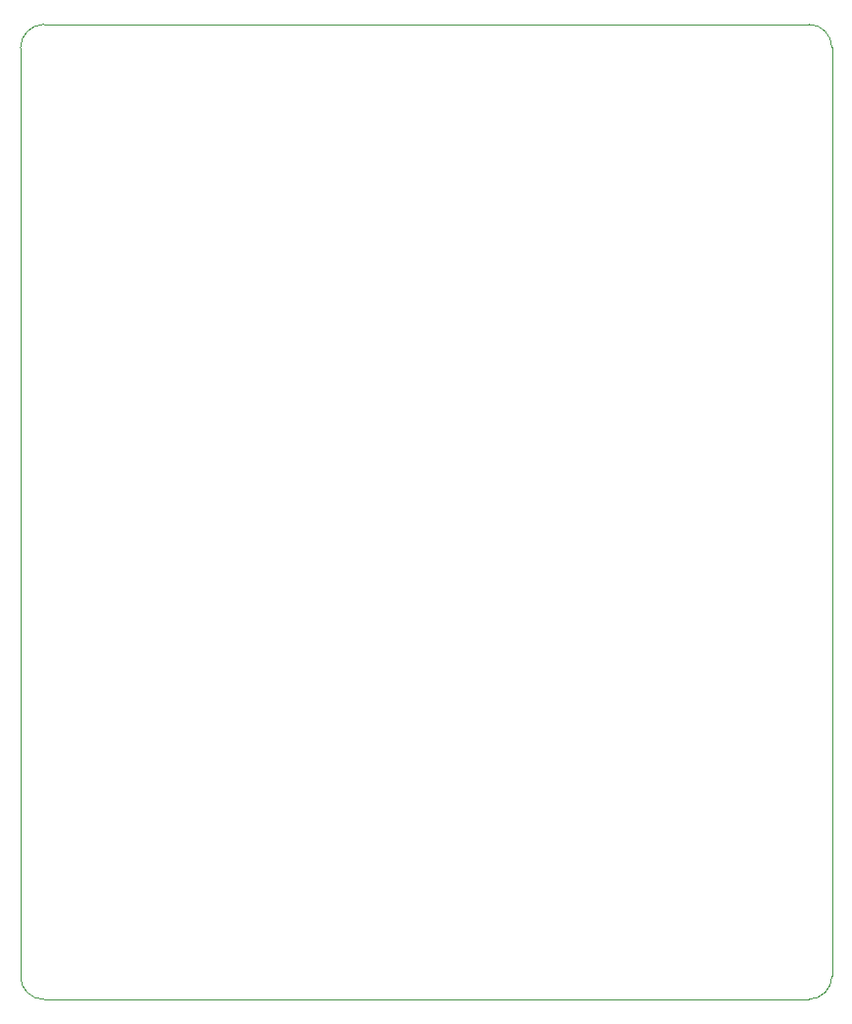
<source format=gbr>
G04 #@! TF.GenerationSoftware,KiCad,Pcbnew,8.0.3*
G04 #@! TF.CreationDate,2025-12-30T10:32:39+13:00*
G04 #@! TF.ProjectId,AWS_CPU_Interface_Board,4157535f-4350-4555-9f49-6e7465726661,rev?*
G04 #@! TF.SameCoordinates,Original*
G04 #@! TF.FileFunction,Profile,NP*
%FSLAX46Y46*%
G04 Gerber Fmt 4.6, Leading zero omitted, Abs format (unit mm)*
G04 Created by KiCad (PCBNEW 8.0.3) date 2025-12-30 10:32:39*
%MOMM*%
%LPD*%
G01*
G04 APERTURE LIST*
G04 #@! TA.AperFunction,Profile*
%ADD10C,0.050000*%
G04 #@! TD*
G04 APERTURE END LIST*
D10*
X174500000Y-54000000D02*
G75*
G02*
X176500000Y-56000000I0J-2000000D01*
G01*
X174500000Y-54000000D02*
X108600000Y-54000000D01*
X106600000Y-56025000D02*
X106600000Y-136025000D01*
X108600000Y-138000000D02*
G75*
G02*
X106600044Y-136025000I-24800J1975000D01*
G01*
X176500000Y-136000000D02*
X176500000Y-56000000D01*
X108600000Y-138000000D02*
X174500000Y-138000000D01*
X106600000Y-56025000D02*
G75*
G02*
X108599999Y-53999957I2025200J0D01*
G01*
X176500000Y-136000000D02*
G75*
G02*
X174500000Y-138000000I-2000000J0D01*
G01*
M02*

</source>
